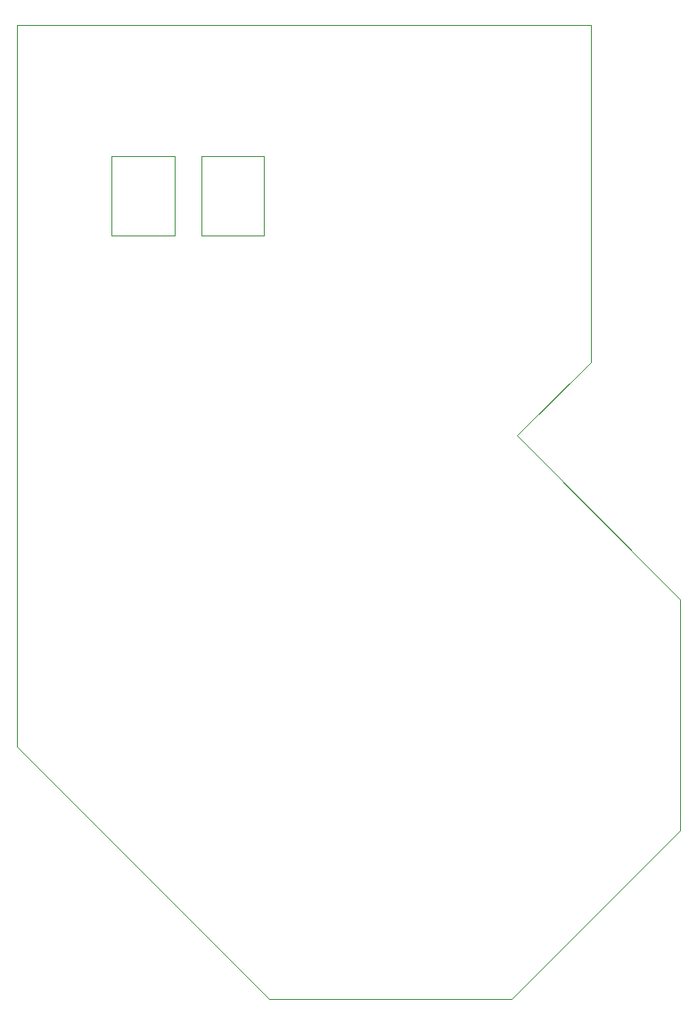
<source format=gbr>
%TF.GenerationSoftware,KiCad,Pcbnew,8.0.7*%
%TF.CreationDate,2025-01-02T14:29:25-06:00*%
%TF.ProjectId,fuckball-bottom,6675636b-6261-46c6-9c2d-626f74746f6d,rev?*%
%TF.SameCoordinates,Original*%
%TF.FileFunction,Profile,NP*%
%FSLAX46Y46*%
G04 Gerber Fmt 4.6, Leading zero omitted, Abs format (unit mm)*
G04 Created by KiCad (PCBNEW 8.0.7) date 2025-01-02 14:29:25*
%MOMM*%
%LPD*%
G01*
G04 APERTURE LIST*
%TA.AperFunction,Profile*%
%ADD10C,0.050000*%
%TD*%
G04 APERTURE END LIST*
D10*
X169500000Y-49500000D02*
X175500000Y-49500000D01*
X175500000Y-57000000D01*
X169500000Y-57000000D01*
X169500000Y-49500000D01*
X178000000Y-49500000D02*
X184000000Y-49500000D01*
X184000000Y-57000000D01*
X178000000Y-57000000D01*
X178000000Y-49500000D01*
X215000000Y-69000000D02*
X208000000Y-76000000D01*
X223500000Y-91500000D01*
X223500000Y-113500000D01*
X207500000Y-129500000D01*
X184500000Y-129500000D01*
X160500000Y-105500000D01*
X160500000Y-37000000D01*
X215000000Y-37000000D01*
X215000000Y-69000000D01*
M02*

</source>
